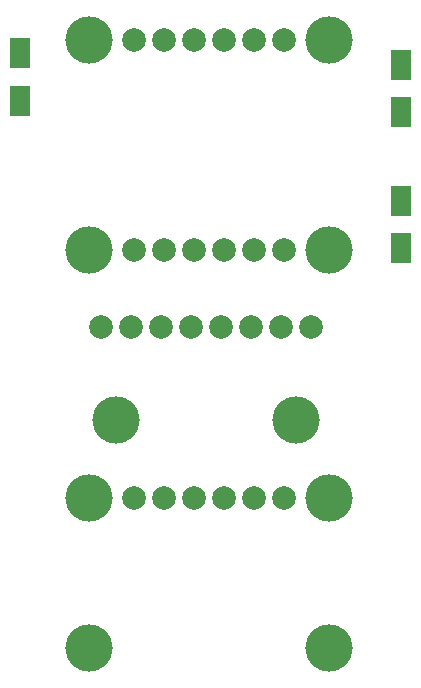
<source format=gbr>
%TF.GenerationSoftware,KiCad,Pcbnew,(5.1.10)-1*%
%TF.CreationDate,2022-05-09T22:48:28-07:00*%
%TF.ProjectId,solar-panel-WithCutout,736f6c61-722d-4706-916e-656c2d576974,1.0*%
%TF.SameCoordinates,Original*%
%TF.FileFunction,Paste,Top*%
%TF.FilePolarity,Positive*%
%FSLAX46Y46*%
G04 Gerber Fmt 4.6, Leading zero omitted, Abs format (unit mm)*
G04 Created by KiCad (PCBNEW (5.1.10)-1) date 2022-05-09 22:48:28*
%MOMM*%
%LPD*%
G01*
G04 APERTURE LIST*
%ADD10R,1.700000X2.500000*%
%ADD11C,4.000000*%
%ADD12C,2.000000*%
G04 APERTURE END LIST*
D10*
%TO.C,D3*%
X157750000Y-90000000D03*
X157750000Y-94000000D03*
%TD*%
%TO.C,D2*%
X157750000Y-105500000D03*
X157750000Y-101500000D03*
%TD*%
%TO.C,D1*%
X125500000Y-89000000D03*
X125500000Y-93000000D03*
%TD*%
D11*
%TO.C,U3*%
X148870000Y-120060000D03*
X133630000Y-120060000D03*
D12*
X145060000Y-112186000D03*
X142520000Y-112186000D03*
X150140000Y-112186000D03*
X147600000Y-112186000D03*
X132360000Y-112186000D03*
X134900000Y-112186000D03*
X137440000Y-112186000D03*
X139980000Y-112186000D03*
%TD*%
%TO.C,U2*%
X137690000Y-105640000D03*
X135150000Y-105640000D03*
D11*
X131340000Y-105640000D03*
D12*
X147850000Y-105640000D03*
D11*
X151660000Y-105640000D03*
D12*
X145310000Y-105640000D03*
X142770000Y-105640000D03*
X140230000Y-105640000D03*
D11*
X151660000Y-87860000D03*
D12*
X145310000Y-87860000D03*
X142770000Y-87860000D03*
X147850000Y-87860000D03*
X135150000Y-87860000D03*
X137690000Y-87860000D03*
X140230000Y-87860000D03*
D11*
X131340000Y-87860000D03*
%TD*%
%TO.C,U1*%
X151660000Y-139350000D03*
X131340000Y-139350000D03*
X151660000Y-126650000D03*
D12*
X145310000Y-126650000D03*
X142770000Y-126650000D03*
X147850000Y-126650000D03*
X135150000Y-126650000D03*
X137690000Y-126650000D03*
X140230000Y-126650000D03*
D11*
X131340000Y-126650000D03*
%TD*%
M02*

</source>
